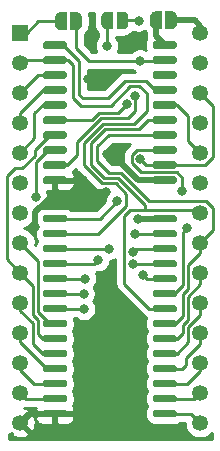
<source format=gbr>
%TF.GenerationSoftware,KiCad,Pcbnew,(5.1.12)-1*%
%TF.CreationDate,2023-02-10T19:32:18+01:00*%
%TF.ProjectId,bigrom,62696772-6f6d-42e6-9b69-6361645f7063,rev?*%
%TF.SameCoordinates,Original*%
%TF.FileFunction,Copper,L1,Top*%
%TF.FilePolarity,Positive*%
%FSLAX46Y46*%
G04 Gerber Fmt 4.6, Leading zero omitted, Abs format (unit mm)*
G04 Created by KiCad (PCBNEW (5.1.12)-1) date 2023-02-10 19:32:18*
%MOMM*%
%LPD*%
G01*
G04 APERTURE LIST*
%TA.AperFunction,SMDPad,CuDef*%
%ADD10C,0.100000*%
%TD*%
%TA.AperFunction,ComponentPad*%
%ADD11R,1.350000X1.350000*%
%TD*%
%TA.AperFunction,ComponentPad*%
%ADD12C,1.350000*%
%TD*%
%TA.AperFunction,ViaPad*%
%ADD13C,0.800000*%
%TD*%
%TA.AperFunction,Conductor*%
%ADD14C,0.250000*%
%TD*%
%TA.AperFunction,Conductor*%
%ADD15C,0.500000*%
%TD*%
%TA.AperFunction,Conductor*%
%ADD16C,0.254000*%
%TD*%
%TA.AperFunction,Conductor*%
%ADD17C,0.100000*%
%TD*%
G04 APERTURE END LIST*
%TO.P,U2,1*%
%TO.N,A14*%
%TA.AperFunction,SMDPad,CuDef*%
G36*
G01*
X146925000Y-113395000D02*
X146925000Y-113095000D01*
G75*
G02*
X147075000Y-112945000I150000J0D01*
G01*
X148825000Y-112945000D01*
G75*
G02*
X148975000Y-113095000I0J-150000D01*
G01*
X148975000Y-113395000D01*
G75*
G02*
X148825000Y-113545000I-150000J0D01*
G01*
X147075000Y-113545000D01*
G75*
G02*
X146925000Y-113395000I0J150000D01*
G01*
G37*
%TD.AperFunction*%
%TO.P,U2,2*%
%TO.N,A12*%
%TA.AperFunction,SMDPad,CuDef*%
G36*
G01*
X146925000Y-114665000D02*
X146925000Y-114365000D01*
G75*
G02*
X147075000Y-114215000I150000J0D01*
G01*
X148825000Y-114215000D01*
G75*
G02*
X148975000Y-114365000I0J-150000D01*
G01*
X148975000Y-114665000D01*
G75*
G02*
X148825000Y-114815000I-150000J0D01*
G01*
X147075000Y-114815000D01*
G75*
G02*
X146925000Y-114665000I0J150000D01*
G01*
G37*
%TD.AperFunction*%
%TO.P,U2,3*%
%TO.N,A7*%
%TA.AperFunction,SMDPad,CuDef*%
G36*
G01*
X146925000Y-115935000D02*
X146925000Y-115635000D01*
G75*
G02*
X147075000Y-115485000I150000J0D01*
G01*
X148825000Y-115485000D01*
G75*
G02*
X148975000Y-115635000I0J-150000D01*
G01*
X148975000Y-115935000D01*
G75*
G02*
X148825000Y-116085000I-150000J0D01*
G01*
X147075000Y-116085000D01*
G75*
G02*
X146925000Y-115935000I0J150000D01*
G01*
G37*
%TD.AperFunction*%
%TO.P,U2,4*%
%TO.N,A6*%
%TA.AperFunction,SMDPad,CuDef*%
G36*
G01*
X146925000Y-117205000D02*
X146925000Y-116905000D01*
G75*
G02*
X147075000Y-116755000I150000J0D01*
G01*
X148825000Y-116755000D01*
G75*
G02*
X148975000Y-116905000I0J-150000D01*
G01*
X148975000Y-117205000D01*
G75*
G02*
X148825000Y-117355000I-150000J0D01*
G01*
X147075000Y-117355000D01*
G75*
G02*
X146925000Y-117205000I0J150000D01*
G01*
G37*
%TD.AperFunction*%
%TO.P,U2,5*%
%TO.N,A5*%
%TA.AperFunction,SMDPad,CuDef*%
G36*
G01*
X146925000Y-118475000D02*
X146925000Y-118175000D01*
G75*
G02*
X147075000Y-118025000I150000J0D01*
G01*
X148825000Y-118025000D01*
G75*
G02*
X148975000Y-118175000I0J-150000D01*
G01*
X148975000Y-118475000D01*
G75*
G02*
X148825000Y-118625000I-150000J0D01*
G01*
X147075000Y-118625000D01*
G75*
G02*
X146925000Y-118475000I0J150000D01*
G01*
G37*
%TD.AperFunction*%
%TO.P,U2,6*%
%TO.N,A4*%
%TA.AperFunction,SMDPad,CuDef*%
G36*
G01*
X146925000Y-119745000D02*
X146925000Y-119445000D01*
G75*
G02*
X147075000Y-119295000I150000J0D01*
G01*
X148825000Y-119295000D01*
G75*
G02*
X148975000Y-119445000I0J-150000D01*
G01*
X148975000Y-119745000D01*
G75*
G02*
X148825000Y-119895000I-150000J0D01*
G01*
X147075000Y-119895000D01*
G75*
G02*
X146925000Y-119745000I0J150000D01*
G01*
G37*
%TD.AperFunction*%
%TO.P,U2,7*%
%TO.N,A3*%
%TA.AperFunction,SMDPad,CuDef*%
G36*
G01*
X146925000Y-121015000D02*
X146925000Y-120715000D01*
G75*
G02*
X147075000Y-120565000I150000J0D01*
G01*
X148825000Y-120565000D01*
G75*
G02*
X148975000Y-120715000I0J-150000D01*
G01*
X148975000Y-121015000D01*
G75*
G02*
X148825000Y-121165000I-150000J0D01*
G01*
X147075000Y-121165000D01*
G75*
G02*
X146925000Y-121015000I0J150000D01*
G01*
G37*
%TD.AperFunction*%
%TO.P,U2,8*%
%TO.N,A2*%
%TA.AperFunction,SMDPad,CuDef*%
G36*
G01*
X146925000Y-122285000D02*
X146925000Y-121985000D01*
G75*
G02*
X147075000Y-121835000I150000J0D01*
G01*
X148825000Y-121835000D01*
G75*
G02*
X148975000Y-121985000I0J-150000D01*
G01*
X148975000Y-122285000D01*
G75*
G02*
X148825000Y-122435000I-150000J0D01*
G01*
X147075000Y-122435000D01*
G75*
G02*
X146925000Y-122285000I0J150000D01*
G01*
G37*
%TD.AperFunction*%
%TO.P,U2,9*%
%TO.N,A1*%
%TA.AperFunction,SMDPad,CuDef*%
G36*
G01*
X146925000Y-123555000D02*
X146925000Y-123255000D01*
G75*
G02*
X147075000Y-123105000I150000J0D01*
G01*
X148825000Y-123105000D01*
G75*
G02*
X148975000Y-123255000I0J-150000D01*
G01*
X148975000Y-123555000D01*
G75*
G02*
X148825000Y-123705000I-150000J0D01*
G01*
X147075000Y-123705000D01*
G75*
G02*
X146925000Y-123555000I0J150000D01*
G01*
G37*
%TD.AperFunction*%
%TO.P,U2,10*%
%TO.N,A0*%
%TA.AperFunction,SMDPad,CuDef*%
G36*
G01*
X146925000Y-124825000D02*
X146925000Y-124525000D01*
G75*
G02*
X147075000Y-124375000I150000J0D01*
G01*
X148825000Y-124375000D01*
G75*
G02*
X148975000Y-124525000I0J-150000D01*
G01*
X148975000Y-124825000D01*
G75*
G02*
X148825000Y-124975000I-150000J0D01*
G01*
X147075000Y-124975000D01*
G75*
G02*
X146925000Y-124825000I0J150000D01*
G01*
G37*
%TD.AperFunction*%
%TO.P,U2,11*%
%TO.N,DQ0*%
%TA.AperFunction,SMDPad,CuDef*%
G36*
G01*
X146925000Y-126095000D02*
X146925000Y-125795000D01*
G75*
G02*
X147075000Y-125645000I150000J0D01*
G01*
X148825000Y-125645000D01*
G75*
G02*
X148975000Y-125795000I0J-150000D01*
G01*
X148975000Y-126095000D01*
G75*
G02*
X148825000Y-126245000I-150000J0D01*
G01*
X147075000Y-126245000D01*
G75*
G02*
X146925000Y-126095000I0J150000D01*
G01*
G37*
%TD.AperFunction*%
%TO.P,U2,12*%
%TO.N,DQ1*%
%TA.AperFunction,SMDPad,CuDef*%
G36*
G01*
X146925000Y-127365000D02*
X146925000Y-127065000D01*
G75*
G02*
X147075000Y-126915000I150000J0D01*
G01*
X148825000Y-126915000D01*
G75*
G02*
X148975000Y-127065000I0J-150000D01*
G01*
X148975000Y-127365000D01*
G75*
G02*
X148825000Y-127515000I-150000J0D01*
G01*
X147075000Y-127515000D01*
G75*
G02*
X146925000Y-127365000I0J150000D01*
G01*
G37*
%TD.AperFunction*%
%TO.P,U2,13*%
%TO.N,DQ2*%
%TA.AperFunction,SMDPad,CuDef*%
G36*
G01*
X146925000Y-128635000D02*
X146925000Y-128335000D01*
G75*
G02*
X147075000Y-128185000I150000J0D01*
G01*
X148825000Y-128185000D01*
G75*
G02*
X148975000Y-128335000I0J-150000D01*
G01*
X148975000Y-128635000D01*
G75*
G02*
X148825000Y-128785000I-150000J0D01*
G01*
X147075000Y-128785000D01*
G75*
G02*
X146925000Y-128635000I0J150000D01*
G01*
G37*
%TD.AperFunction*%
%TO.P,U2,14*%
%TO.N,GND*%
%TA.AperFunction,SMDPad,CuDef*%
G36*
G01*
X146925000Y-129905000D02*
X146925000Y-129605000D01*
G75*
G02*
X147075000Y-129455000I150000J0D01*
G01*
X148825000Y-129455000D01*
G75*
G02*
X148975000Y-129605000I0J-150000D01*
G01*
X148975000Y-129905000D01*
G75*
G02*
X148825000Y-130055000I-150000J0D01*
G01*
X147075000Y-130055000D01*
G75*
G02*
X146925000Y-129905000I0J150000D01*
G01*
G37*
%TD.AperFunction*%
%TO.P,U2,15*%
%TO.N,DQ3*%
%TA.AperFunction,SMDPad,CuDef*%
G36*
G01*
X156225000Y-129905000D02*
X156225000Y-129605000D01*
G75*
G02*
X156375000Y-129455000I150000J0D01*
G01*
X158125000Y-129455000D01*
G75*
G02*
X158275000Y-129605000I0J-150000D01*
G01*
X158275000Y-129905000D01*
G75*
G02*
X158125000Y-130055000I-150000J0D01*
G01*
X156375000Y-130055000D01*
G75*
G02*
X156225000Y-129905000I0J150000D01*
G01*
G37*
%TD.AperFunction*%
%TO.P,U2,16*%
%TO.N,DQ4*%
%TA.AperFunction,SMDPad,CuDef*%
G36*
G01*
X156225000Y-128635000D02*
X156225000Y-128335000D01*
G75*
G02*
X156375000Y-128185000I150000J0D01*
G01*
X158125000Y-128185000D01*
G75*
G02*
X158275000Y-128335000I0J-150000D01*
G01*
X158275000Y-128635000D01*
G75*
G02*
X158125000Y-128785000I-150000J0D01*
G01*
X156375000Y-128785000D01*
G75*
G02*
X156225000Y-128635000I0J150000D01*
G01*
G37*
%TD.AperFunction*%
%TO.P,U2,17*%
%TO.N,DQ5*%
%TA.AperFunction,SMDPad,CuDef*%
G36*
G01*
X156225000Y-127365000D02*
X156225000Y-127065000D01*
G75*
G02*
X156375000Y-126915000I150000J0D01*
G01*
X158125000Y-126915000D01*
G75*
G02*
X158275000Y-127065000I0J-150000D01*
G01*
X158275000Y-127365000D01*
G75*
G02*
X158125000Y-127515000I-150000J0D01*
G01*
X156375000Y-127515000D01*
G75*
G02*
X156225000Y-127365000I0J150000D01*
G01*
G37*
%TD.AperFunction*%
%TO.P,U2,18*%
%TO.N,DQ6*%
%TA.AperFunction,SMDPad,CuDef*%
G36*
G01*
X156225000Y-126095000D02*
X156225000Y-125795000D01*
G75*
G02*
X156375000Y-125645000I150000J0D01*
G01*
X158125000Y-125645000D01*
G75*
G02*
X158275000Y-125795000I0J-150000D01*
G01*
X158275000Y-126095000D01*
G75*
G02*
X158125000Y-126245000I-150000J0D01*
G01*
X156375000Y-126245000D01*
G75*
G02*
X156225000Y-126095000I0J150000D01*
G01*
G37*
%TD.AperFunction*%
%TO.P,U2,19*%
%TO.N,DQ7*%
%TA.AperFunction,SMDPad,CuDef*%
G36*
G01*
X156225000Y-124825000D02*
X156225000Y-124525000D01*
G75*
G02*
X156375000Y-124375000I150000J0D01*
G01*
X158125000Y-124375000D01*
G75*
G02*
X158275000Y-124525000I0J-150000D01*
G01*
X158275000Y-124825000D01*
G75*
G02*
X158125000Y-124975000I-150000J0D01*
G01*
X156375000Y-124975000D01*
G75*
G02*
X156225000Y-124825000I0J150000D01*
G01*
G37*
%TD.AperFunction*%
%TO.P,U2,20*%
%TO.N,~CE~*%
%TA.AperFunction,SMDPad,CuDef*%
G36*
G01*
X156225000Y-123555000D02*
X156225000Y-123255000D01*
G75*
G02*
X156375000Y-123105000I150000J0D01*
G01*
X158125000Y-123105000D01*
G75*
G02*
X158275000Y-123255000I0J-150000D01*
G01*
X158275000Y-123555000D01*
G75*
G02*
X158125000Y-123705000I-150000J0D01*
G01*
X156375000Y-123705000D01*
G75*
G02*
X156225000Y-123555000I0J150000D01*
G01*
G37*
%TD.AperFunction*%
%TO.P,U2,21*%
%TO.N,A10*%
%TA.AperFunction,SMDPad,CuDef*%
G36*
G01*
X156225000Y-122285000D02*
X156225000Y-121985000D01*
G75*
G02*
X156375000Y-121835000I150000J0D01*
G01*
X158125000Y-121835000D01*
G75*
G02*
X158275000Y-121985000I0J-150000D01*
G01*
X158275000Y-122285000D01*
G75*
G02*
X158125000Y-122435000I-150000J0D01*
G01*
X156375000Y-122435000D01*
G75*
G02*
X156225000Y-122285000I0J150000D01*
G01*
G37*
%TD.AperFunction*%
%TO.P,U2,22*%
%TO.N,~OE~*%
%TA.AperFunction,SMDPad,CuDef*%
G36*
G01*
X156225000Y-121015000D02*
X156225000Y-120715000D01*
G75*
G02*
X156375000Y-120565000I150000J0D01*
G01*
X158125000Y-120565000D01*
G75*
G02*
X158275000Y-120715000I0J-150000D01*
G01*
X158275000Y-121015000D01*
G75*
G02*
X158125000Y-121165000I-150000J0D01*
G01*
X156375000Y-121165000D01*
G75*
G02*
X156225000Y-121015000I0J150000D01*
G01*
G37*
%TD.AperFunction*%
%TO.P,U2,23*%
%TO.N,A11*%
%TA.AperFunction,SMDPad,CuDef*%
G36*
G01*
X156225000Y-119745000D02*
X156225000Y-119445000D01*
G75*
G02*
X156375000Y-119295000I150000J0D01*
G01*
X158125000Y-119295000D01*
G75*
G02*
X158275000Y-119445000I0J-150000D01*
G01*
X158275000Y-119745000D01*
G75*
G02*
X158125000Y-119895000I-150000J0D01*
G01*
X156375000Y-119895000D01*
G75*
G02*
X156225000Y-119745000I0J150000D01*
G01*
G37*
%TD.AperFunction*%
%TO.P,U2,24*%
%TO.N,A9*%
%TA.AperFunction,SMDPad,CuDef*%
G36*
G01*
X156225000Y-118475000D02*
X156225000Y-118175000D01*
G75*
G02*
X156375000Y-118025000I150000J0D01*
G01*
X158125000Y-118025000D01*
G75*
G02*
X158275000Y-118175000I0J-150000D01*
G01*
X158275000Y-118475000D01*
G75*
G02*
X158125000Y-118625000I-150000J0D01*
G01*
X156375000Y-118625000D01*
G75*
G02*
X156225000Y-118475000I0J150000D01*
G01*
G37*
%TD.AperFunction*%
%TO.P,U2,25*%
%TO.N,A8*%
%TA.AperFunction,SMDPad,CuDef*%
G36*
G01*
X156225000Y-117205000D02*
X156225000Y-116905000D01*
G75*
G02*
X156375000Y-116755000I150000J0D01*
G01*
X158125000Y-116755000D01*
G75*
G02*
X158275000Y-116905000I0J-150000D01*
G01*
X158275000Y-117205000D01*
G75*
G02*
X158125000Y-117355000I-150000J0D01*
G01*
X156375000Y-117355000D01*
G75*
G02*
X156225000Y-117205000I0J150000D01*
G01*
G37*
%TD.AperFunction*%
%TO.P,U2,26*%
%TO.N,A13*%
%TA.AperFunction,SMDPad,CuDef*%
G36*
G01*
X156225000Y-115935000D02*
X156225000Y-115635000D01*
G75*
G02*
X156375000Y-115485000I150000J0D01*
G01*
X158125000Y-115485000D01*
G75*
G02*
X158275000Y-115635000I0J-150000D01*
G01*
X158275000Y-115935000D01*
G75*
G02*
X158125000Y-116085000I-150000J0D01*
G01*
X156375000Y-116085000D01*
G75*
G02*
X156225000Y-115935000I0J150000D01*
G01*
G37*
%TD.AperFunction*%
%TO.P,U2,27*%
%TO.N,~WE~*%
%TA.AperFunction,SMDPad,CuDef*%
G36*
G01*
X156225000Y-114665000D02*
X156225000Y-114365000D01*
G75*
G02*
X156375000Y-114215000I150000J0D01*
G01*
X158125000Y-114215000D01*
G75*
G02*
X158275000Y-114365000I0J-150000D01*
G01*
X158275000Y-114665000D01*
G75*
G02*
X158125000Y-114815000I-150000J0D01*
G01*
X156375000Y-114815000D01*
G75*
G02*
X156225000Y-114665000I0J150000D01*
G01*
G37*
%TD.AperFunction*%
%TO.P,U2,28*%
%TO.N,+5V*%
%TA.AperFunction,SMDPad,CuDef*%
G36*
G01*
X156225000Y-113395000D02*
X156225000Y-113095000D01*
G75*
G02*
X156375000Y-112945000I150000J0D01*
G01*
X158125000Y-112945000D01*
G75*
G02*
X158275000Y-113095000I0J-150000D01*
G01*
X158275000Y-113395000D01*
G75*
G02*
X158125000Y-113545000I-150000J0D01*
G01*
X156375000Y-113545000D01*
G75*
G02*
X156225000Y-113395000I0J150000D01*
G01*
G37*
%TD.AperFunction*%
%TD*%
%TO.P,U1,1*%
%TO.N,CLK*%
%TA.AperFunction,SMDPad,CuDef*%
G36*
G01*
X146925000Y-98685000D02*
X146925000Y-98385000D01*
G75*
G02*
X147075000Y-98235000I150000J0D01*
G01*
X148825000Y-98235000D01*
G75*
G02*
X148975000Y-98385000I0J-150000D01*
G01*
X148975000Y-98685000D01*
G75*
G02*
X148825000Y-98835000I-150000J0D01*
G01*
X147075000Y-98835000D01*
G75*
G02*
X146925000Y-98685000I0J150000D01*
G01*
G37*
%TD.AperFunction*%
%TO.P,U1,2*%
%TO.N,A12*%
%TA.AperFunction,SMDPad,CuDef*%
G36*
G01*
X146925000Y-99955000D02*
X146925000Y-99655000D01*
G75*
G02*
X147075000Y-99505000I150000J0D01*
G01*
X148825000Y-99505000D01*
G75*
G02*
X148975000Y-99655000I0J-150000D01*
G01*
X148975000Y-99955000D01*
G75*
G02*
X148825000Y-100105000I-150000J0D01*
G01*
X147075000Y-100105000D01*
G75*
G02*
X146925000Y-99955000I0J150000D01*
G01*
G37*
%TD.AperFunction*%
%TO.P,U1,3*%
%TO.N,A7*%
%TA.AperFunction,SMDPad,CuDef*%
G36*
G01*
X146925000Y-101225000D02*
X146925000Y-100925000D01*
G75*
G02*
X147075000Y-100775000I150000J0D01*
G01*
X148825000Y-100775000D01*
G75*
G02*
X148975000Y-100925000I0J-150000D01*
G01*
X148975000Y-101225000D01*
G75*
G02*
X148825000Y-101375000I-150000J0D01*
G01*
X147075000Y-101375000D01*
G75*
G02*
X146925000Y-101225000I0J150000D01*
G01*
G37*
%TD.AperFunction*%
%TO.P,U1,4*%
%TO.N,A6*%
%TA.AperFunction,SMDPad,CuDef*%
G36*
G01*
X146925000Y-102495000D02*
X146925000Y-102195000D01*
G75*
G02*
X147075000Y-102045000I150000J0D01*
G01*
X148825000Y-102045000D01*
G75*
G02*
X148975000Y-102195000I0J-150000D01*
G01*
X148975000Y-102495000D01*
G75*
G02*
X148825000Y-102645000I-150000J0D01*
G01*
X147075000Y-102645000D01*
G75*
G02*
X146925000Y-102495000I0J150000D01*
G01*
G37*
%TD.AperFunction*%
%TO.P,U1,5*%
%TO.N,A5*%
%TA.AperFunction,SMDPad,CuDef*%
G36*
G01*
X146925000Y-103765000D02*
X146925000Y-103465000D01*
G75*
G02*
X147075000Y-103315000I150000J0D01*
G01*
X148825000Y-103315000D01*
G75*
G02*
X148975000Y-103465000I0J-150000D01*
G01*
X148975000Y-103765000D01*
G75*
G02*
X148825000Y-103915000I-150000J0D01*
G01*
X147075000Y-103915000D01*
G75*
G02*
X146925000Y-103765000I0J150000D01*
G01*
G37*
%TD.AperFunction*%
%TO.P,U1,6*%
%TO.N,A8*%
%TA.AperFunction,SMDPad,CuDef*%
G36*
G01*
X146925000Y-105035000D02*
X146925000Y-104735000D01*
G75*
G02*
X147075000Y-104585000I150000J0D01*
G01*
X148825000Y-104585000D01*
G75*
G02*
X148975000Y-104735000I0J-150000D01*
G01*
X148975000Y-105035000D01*
G75*
G02*
X148825000Y-105185000I-150000J0D01*
G01*
X147075000Y-105185000D01*
G75*
G02*
X146925000Y-105035000I0J150000D01*
G01*
G37*
%TD.AperFunction*%
%TO.P,U1,7*%
%TO.N,A1*%
%TA.AperFunction,SMDPad,CuDef*%
G36*
G01*
X146925000Y-106305000D02*
X146925000Y-106005000D01*
G75*
G02*
X147075000Y-105855000I150000J0D01*
G01*
X148825000Y-105855000D01*
G75*
G02*
X148975000Y-106005000I0J-150000D01*
G01*
X148975000Y-106305000D01*
G75*
G02*
X148825000Y-106455000I-150000J0D01*
G01*
X147075000Y-106455000D01*
G75*
G02*
X146925000Y-106305000I0J150000D01*
G01*
G37*
%TD.AperFunction*%
%TO.P,U1,8*%
%TO.N,A0*%
%TA.AperFunction,SMDPad,CuDef*%
G36*
G01*
X146925000Y-107575000D02*
X146925000Y-107275000D01*
G75*
G02*
X147075000Y-107125000I150000J0D01*
G01*
X148825000Y-107125000D01*
G75*
G02*
X148975000Y-107275000I0J-150000D01*
G01*
X148975000Y-107575000D01*
G75*
G02*
X148825000Y-107725000I-150000J0D01*
G01*
X147075000Y-107725000D01*
G75*
G02*
X146925000Y-107575000I0J150000D01*
G01*
G37*
%TD.AperFunction*%
%TO.P,U1,9*%
%TO.N,A11*%
%TA.AperFunction,SMDPad,CuDef*%
G36*
G01*
X146925000Y-108845000D02*
X146925000Y-108545000D01*
G75*
G02*
X147075000Y-108395000I150000J0D01*
G01*
X148825000Y-108395000D01*
G75*
G02*
X148975000Y-108545000I0J-150000D01*
G01*
X148975000Y-108845000D01*
G75*
G02*
X148825000Y-108995000I-150000J0D01*
G01*
X147075000Y-108995000D01*
G75*
G02*
X146925000Y-108845000I0J150000D01*
G01*
G37*
%TD.AperFunction*%
%TO.P,U1,10*%
%TO.N,GND*%
%TA.AperFunction,SMDPad,CuDef*%
G36*
G01*
X146925000Y-110115000D02*
X146925000Y-109815000D01*
G75*
G02*
X147075000Y-109665000I150000J0D01*
G01*
X148825000Y-109665000D01*
G75*
G02*
X148975000Y-109815000I0J-150000D01*
G01*
X148975000Y-110115000D01*
G75*
G02*
X148825000Y-110265000I-150000J0D01*
G01*
X147075000Y-110265000D01*
G75*
G02*
X146925000Y-110115000I0J150000D01*
G01*
G37*
%TD.AperFunction*%
%TO.P,U1,11*%
%TA.AperFunction,SMDPad,CuDef*%
G36*
G01*
X156225000Y-110115000D02*
X156225000Y-109815000D01*
G75*
G02*
X156375000Y-109665000I150000J0D01*
G01*
X158125000Y-109665000D01*
G75*
G02*
X158275000Y-109815000I0J-150000D01*
G01*
X158275000Y-110115000D01*
G75*
G02*
X158125000Y-110265000I-150000J0D01*
G01*
X156375000Y-110265000D01*
G75*
G02*
X156225000Y-110115000I0J150000D01*
G01*
G37*
%TD.AperFunction*%
%TO.P,U1,12*%
%TO.N,A13*%
%TA.AperFunction,SMDPad,CuDef*%
G36*
G01*
X156225000Y-108845000D02*
X156225000Y-108545000D01*
G75*
G02*
X156375000Y-108395000I150000J0D01*
G01*
X158125000Y-108395000D01*
G75*
G02*
X158275000Y-108545000I0J-150000D01*
G01*
X158275000Y-108845000D01*
G75*
G02*
X158125000Y-108995000I-150000J0D01*
G01*
X156375000Y-108995000D01*
G75*
G02*
X156225000Y-108845000I0J150000D01*
G01*
G37*
%TD.AperFunction*%
%TO.P,U1,13*%
%TO.N,~CE~*%
%TA.AperFunction,SMDPad,CuDef*%
G36*
G01*
X156225000Y-107575000D02*
X156225000Y-107275000D01*
G75*
G02*
X156375000Y-107125000I150000J0D01*
G01*
X158125000Y-107125000D01*
G75*
G02*
X158275000Y-107275000I0J-150000D01*
G01*
X158275000Y-107575000D01*
G75*
G02*
X158125000Y-107725000I-150000J0D01*
G01*
X156375000Y-107725000D01*
G75*
G02*
X156225000Y-107575000I0J150000D01*
G01*
G37*
%TD.AperFunction*%
%TO.P,U1,14*%
%TO.N,A10*%
%TA.AperFunction,SMDPad,CuDef*%
G36*
G01*
X156225000Y-106305000D02*
X156225000Y-106005000D01*
G75*
G02*
X156375000Y-105855000I150000J0D01*
G01*
X158125000Y-105855000D01*
G75*
G02*
X158275000Y-106005000I0J-150000D01*
G01*
X158275000Y-106305000D01*
G75*
G02*
X158125000Y-106455000I-150000J0D01*
G01*
X156375000Y-106455000D01*
G75*
G02*
X156225000Y-106305000I0J150000D01*
G01*
G37*
%TD.AperFunction*%
%TO.P,U1,15*%
%TO.N,~OE~*%
%TA.AperFunction,SMDPad,CuDef*%
G36*
G01*
X156225000Y-105035000D02*
X156225000Y-104735000D01*
G75*
G02*
X156375000Y-104585000I150000J0D01*
G01*
X158125000Y-104585000D01*
G75*
G02*
X158275000Y-104735000I0J-150000D01*
G01*
X158275000Y-105035000D01*
G75*
G02*
X158125000Y-105185000I-150000J0D01*
G01*
X156375000Y-105185000D01*
G75*
G02*
X156225000Y-105035000I0J150000D01*
G01*
G37*
%TD.AperFunction*%
%TO.P,U1,16*%
%TO.N,A9*%
%TA.AperFunction,SMDPad,CuDef*%
G36*
G01*
X156225000Y-103765000D02*
X156225000Y-103465000D01*
G75*
G02*
X156375000Y-103315000I150000J0D01*
G01*
X158125000Y-103315000D01*
G75*
G02*
X158275000Y-103465000I0J-150000D01*
G01*
X158275000Y-103765000D01*
G75*
G02*
X158125000Y-103915000I-150000J0D01*
G01*
X156375000Y-103915000D01*
G75*
G02*
X156225000Y-103765000I0J150000D01*
G01*
G37*
%TD.AperFunction*%
%TO.P,U1,17*%
%TO.N,CLK*%
%TA.AperFunction,SMDPad,CuDef*%
G36*
G01*
X156225000Y-102495000D02*
X156225000Y-102195000D01*
G75*
G02*
X156375000Y-102045000I150000J0D01*
G01*
X158125000Y-102045000D01*
G75*
G02*
X158275000Y-102195000I0J-150000D01*
G01*
X158275000Y-102495000D01*
G75*
G02*
X158125000Y-102645000I-150000J0D01*
G01*
X156375000Y-102645000D01*
G75*
G02*
X156225000Y-102495000I0J150000D01*
G01*
G37*
%TD.AperFunction*%
%TO.P,U1,18*%
%TO.N,Net-(U1-Pad18)*%
%TA.AperFunction,SMDPad,CuDef*%
G36*
G01*
X156225000Y-101225000D02*
X156225000Y-100925000D01*
G75*
G02*
X156375000Y-100775000I150000J0D01*
G01*
X158125000Y-100775000D01*
G75*
G02*
X158275000Y-100925000I0J-150000D01*
G01*
X158275000Y-101225000D01*
G75*
G02*
X158125000Y-101375000I-150000J0D01*
G01*
X156375000Y-101375000D01*
G75*
G02*
X156225000Y-101225000I0J150000D01*
G01*
G37*
%TD.AperFunction*%
%TO.P,U1,19*%
%TO.N,A14*%
%TA.AperFunction,SMDPad,CuDef*%
G36*
G01*
X156225000Y-99955000D02*
X156225000Y-99655000D01*
G75*
G02*
X156375000Y-99505000I150000J0D01*
G01*
X158125000Y-99505000D01*
G75*
G02*
X158275000Y-99655000I0J-150000D01*
G01*
X158275000Y-99955000D01*
G75*
G02*
X158125000Y-100105000I-150000J0D01*
G01*
X156375000Y-100105000D01*
G75*
G02*
X156225000Y-99955000I0J150000D01*
G01*
G37*
%TD.AperFunction*%
%TO.P,U1,20*%
%TO.N,Net-(SW2-Pad1)*%
%TA.AperFunction,SMDPad,CuDef*%
G36*
G01*
X156225000Y-98685000D02*
X156225000Y-98385000D01*
G75*
G02*
X156375000Y-98235000I150000J0D01*
G01*
X158125000Y-98235000D01*
G75*
G02*
X158275000Y-98385000I0J-150000D01*
G01*
X158275000Y-98685000D01*
G75*
G02*
X158125000Y-98835000I-150000J0D01*
G01*
X156375000Y-98835000D01*
G75*
G02*
X156225000Y-98685000I0J150000D01*
G01*
G37*
%TD.AperFunction*%
%TD*%
%TA.AperFunction,SMDPad,CuDef*%
D10*
%TO.P,SW2,2*%
%TO.N,+5V*%
G36*
X157810000Y-95680602D02*
G01*
X157834534Y-95680602D01*
X157883365Y-95685412D01*
X157931490Y-95694984D01*
X157978445Y-95709228D01*
X158023778Y-95728005D01*
X158067051Y-95751136D01*
X158107850Y-95778396D01*
X158145779Y-95809524D01*
X158180476Y-95844221D01*
X158211604Y-95882150D01*
X158238864Y-95922949D01*
X158261995Y-95966222D01*
X158280772Y-96011555D01*
X158295016Y-96058510D01*
X158304588Y-96106635D01*
X158309398Y-96155466D01*
X158309398Y-96180000D01*
X158310000Y-96180000D01*
X158310000Y-96680000D01*
X158309398Y-96680000D01*
X158309398Y-96704534D01*
X158304588Y-96753365D01*
X158295016Y-96801490D01*
X158280772Y-96848445D01*
X158261995Y-96893778D01*
X158238864Y-96937051D01*
X158211604Y-96977850D01*
X158180476Y-97015779D01*
X158145779Y-97050476D01*
X158107850Y-97081604D01*
X158067051Y-97108864D01*
X158023778Y-97131995D01*
X157978445Y-97150772D01*
X157931490Y-97165016D01*
X157883365Y-97174588D01*
X157834534Y-97179398D01*
X157810000Y-97179398D01*
X157810000Y-97180000D01*
X157310000Y-97180000D01*
X157310000Y-95680000D01*
X157810000Y-95680000D01*
X157810000Y-95680602D01*
G37*
%TD.AperFunction*%
%TA.AperFunction,SMDPad,CuDef*%
%TO.P,SW2,1*%
%TO.N,Net-(SW2-Pad1)*%
G36*
X157010000Y-97180000D02*
G01*
X156510000Y-97180000D01*
X156510000Y-97179398D01*
X156485466Y-97179398D01*
X156436635Y-97174588D01*
X156388510Y-97165016D01*
X156341555Y-97150772D01*
X156296222Y-97131995D01*
X156252949Y-97108864D01*
X156212150Y-97081604D01*
X156174221Y-97050476D01*
X156139524Y-97015779D01*
X156108396Y-96977850D01*
X156081136Y-96937051D01*
X156058005Y-96893778D01*
X156039228Y-96848445D01*
X156024984Y-96801490D01*
X156015412Y-96753365D01*
X156010602Y-96704534D01*
X156010602Y-96680000D01*
X156010000Y-96680000D01*
X156010000Y-96180000D01*
X156010602Y-96180000D01*
X156010602Y-96155466D01*
X156015412Y-96106635D01*
X156024984Y-96058510D01*
X156039228Y-96011555D01*
X156058005Y-95966222D01*
X156081136Y-95922949D01*
X156108396Y-95882150D01*
X156139524Y-95844221D01*
X156174221Y-95809524D01*
X156212150Y-95778396D01*
X156252949Y-95751136D01*
X156296222Y-95728005D01*
X156341555Y-95709228D01*
X156388510Y-95694984D01*
X156436635Y-95685412D01*
X156485466Y-95680602D01*
X156510000Y-95680602D01*
X156510000Y-95680000D01*
X157010000Y-95680000D01*
X157010000Y-97180000D01*
G37*
%TD.AperFunction*%
%TD*%
%TA.AperFunction,SMDPad,CuDef*%
%TO.P,SW3,1*%
%TO.N,~WE~*%
G36*
X152870000Y-97200000D02*
G01*
X152370000Y-97200000D01*
X152370000Y-97199398D01*
X152345466Y-97199398D01*
X152296635Y-97194588D01*
X152248510Y-97185016D01*
X152201555Y-97170772D01*
X152156222Y-97151995D01*
X152112949Y-97128864D01*
X152072150Y-97101604D01*
X152034221Y-97070476D01*
X151999524Y-97035779D01*
X151968396Y-96997850D01*
X151941136Y-96957051D01*
X151918005Y-96913778D01*
X151899228Y-96868445D01*
X151884984Y-96821490D01*
X151875412Y-96773365D01*
X151870602Y-96724534D01*
X151870602Y-96700000D01*
X151870000Y-96700000D01*
X151870000Y-96200000D01*
X151870602Y-96200000D01*
X151870602Y-96175466D01*
X151875412Y-96126635D01*
X151884984Y-96078510D01*
X151899228Y-96031555D01*
X151918005Y-95986222D01*
X151941136Y-95942949D01*
X151968396Y-95902150D01*
X151999524Y-95864221D01*
X152034221Y-95829524D01*
X152072150Y-95798396D01*
X152112949Y-95771136D01*
X152156222Y-95748005D01*
X152201555Y-95729228D01*
X152248510Y-95714984D01*
X152296635Y-95705412D01*
X152345466Y-95700602D01*
X152370000Y-95700602D01*
X152370000Y-95700000D01*
X152870000Y-95700000D01*
X152870000Y-97200000D01*
G37*
%TD.AperFunction*%
%TA.AperFunction,SMDPad,CuDef*%
%TO.P,SW3,2*%
%TO.N,Net-(J1-Pad27)*%
G36*
X153670000Y-95700602D02*
G01*
X153694534Y-95700602D01*
X153743365Y-95705412D01*
X153791490Y-95714984D01*
X153838445Y-95729228D01*
X153883778Y-95748005D01*
X153927051Y-95771136D01*
X153967850Y-95798396D01*
X154005779Y-95829524D01*
X154040476Y-95864221D01*
X154071604Y-95902150D01*
X154098864Y-95942949D01*
X154121995Y-95986222D01*
X154140772Y-96031555D01*
X154155016Y-96078510D01*
X154164588Y-96126635D01*
X154169398Y-96175466D01*
X154169398Y-96200000D01*
X154170000Y-96200000D01*
X154170000Y-96700000D01*
X154169398Y-96700000D01*
X154169398Y-96724534D01*
X154164588Y-96773365D01*
X154155016Y-96821490D01*
X154140772Y-96868445D01*
X154121995Y-96913778D01*
X154098864Y-96957051D01*
X154071604Y-96997850D01*
X154040476Y-97035779D01*
X154005779Y-97070476D01*
X153967850Y-97101604D01*
X153927051Y-97128864D01*
X153883778Y-97151995D01*
X153838445Y-97170772D01*
X153791490Y-97185016D01*
X153743365Y-97194588D01*
X153694534Y-97199398D01*
X153670000Y-97199398D01*
X153670000Y-97200000D01*
X153170000Y-97200000D01*
X153170000Y-95700000D01*
X153670000Y-95700000D01*
X153670000Y-95700602D01*
G37*
%TD.AperFunction*%
%TD*%
%TA.AperFunction,SMDPad,CuDef*%
%TO.P,SW1,1*%
%TO.N,Net-(J1-Pad1)*%
G36*
X148950000Y-97250000D02*
G01*
X148450000Y-97250000D01*
X148450000Y-97249398D01*
X148425466Y-97249398D01*
X148376635Y-97244588D01*
X148328510Y-97235016D01*
X148281555Y-97220772D01*
X148236222Y-97201995D01*
X148192949Y-97178864D01*
X148152150Y-97151604D01*
X148114221Y-97120476D01*
X148079524Y-97085779D01*
X148048396Y-97047850D01*
X148021136Y-97007051D01*
X147998005Y-96963778D01*
X147979228Y-96918445D01*
X147964984Y-96871490D01*
X147955412Y-96823365D01*
X147950602Y-96774534D01*
X147950602Y-96750000D01*
X147950000Y-96750000D01*
X147950000Y-96250000D01*
X147950602Y-96250000D01*
X147950602Y-96225466D01*
X147955412Y-96176635D01*
X147964984Y-96128510D01*
X147979228Y-96081555D01*
X147998005Y-96036222D01*
X148021136Y-95992949D01*
X148048396Y-95952150D01*
X148079524Y-95914221D01*
X148114221Y-95879524D01*
X148152150Y-95848396D01*
X148192949Y-95821136D01*
X148236222Y-95798005D01*
X148281555Y-95779228D01*
X148328510Y-95764984D01*
X148376635Y-95755412D01*
X148425466Y-95750602D01*
X148450000Y-95750602D01*
X148450000Y-95750000D01*
X148950000Y-95750000D01*
X148950000Y-97250000D01*
G37*
%TD.AperFunction*%
%TA.AperFunction,SMDPad,CuDef*%
%TO.P,SW1,2*%
%TO.N,A14*%
G36*
X149750000Y-95750602D02*
G01*
X149774534Y-95750602D01*
X149823365Y-95755412D01*
X149871490Y-95764984D01*
X149918445Y-95779228D01*
X149963778Y-95798005D01*
X150007051Y-95821136D01*
X150047850Y-95848396D01*
X150085779Y-95879524D01*
X150120476Y-95914221D01*
X150151604Y-95952150D01*
X150178864Y-95992949D01*
X150201995Y-96036222D01*
X150220772Y-96081555D01*
X150235016Y-96128510D01*
X150244588Y-96176635D01*
X150249398Y-96225466D01*
X150249398Y-96250000D01*
X150250000Y-96250000D01*
X150250000Y-96750000D01*
X150249398Y-96750000D01*
X150249398Y-96774534D01*
X150244588Y-96823365D01*
X150235016Y-96871490D01*
X150220772Y-96918445D01*
X150201995Y-96963778D01*
X150178864Y-97007051D01*
X150151604Y-97047850D01*
X150120476Y-97085779D01*
X150085779Y-97120476D01*
X150047850Y-97151604D01*
X150007051Y-97178864D01*
X149963778Y-97201995D01*
X149918445Y-97220772D01*
X149871490Y-97235016D01*
X149823365Y-97244588D01*
X149774534Y-97249398D01*
X149750000Y-97249398D01*
X149750000Y-97250000D01*
X149250000Y-97250000D01*
X149250000Y-95750000D01*
X149750000Y-95750000D01*
X149750000Y-95750602D01*
G37*
%TD.AperFunction*%
%TD*%
D11*
%TO.P,J1,1*%
%TO.N,Net-(J1-Pad1)*%
X145000000Y-97500000D03*
D12*
%TO.P,J1,2*%
%TO.N,A12*%
X145000000Y-100040000D03*
%TO.P,J1,3*%
%TO.N,A7*%
X145000000Y-102580000D03*
%TO.P,J1,4*%
%TO.N,A6*%
X145000000Y-105120000D03*
%TO.P,J1,5*%
%TO.N,A5*%
X145000000Y-107660000D03*
%TO.P,J1,6*%
%TO.N,A4*%
X145000000Y-110200000D03*
%TO.P,J1,7*%
%TO.N,A3*%
X145000000Y-112740000D03*
%TO.P,J1,8*%
%TO.N,A2*%
X145000000Y-115280000D03*
%TO.P,J1,9*%
%TO.N,A1*%
X145000000Y-117820000D03*
%TO.P,J1,10*%
%TO.N,A0*%
X145000000Y-120360000D03*
%TO.P,J1,11*%
%TO.N,DQ0*%
X145000000Y-122900000D03*
%TO.P,J1,12*%
%TO.N,DQ1*%
X145000000Y-125440000D03*
%TO.P,J1,13*%
%TO.N,DQ2*%
X145000000Y-127980000D03*
%TO.P,J1,14*%
%TO.N,GND*%
X145000000Y-130520000D03*
%TO.P,J1,15*%
%TO.N,DQ3*%
X160240000Y-130520000D03*
%TO.P,J1,16*%
%TO.N,DQ4*%
X160240000Y-127980000D03*
%TO.P,J1,17*%
%TO.N,DQ5*%
X160240000Y-125440000D03*
%TO.P,J1,18*%
%TO.N,DQ6*%
X160240000Y-122900000D03*
%TO.P,J1,19*%
%TO.N,DQ7*%
X160240000Y-120360000D03*
%TO.P,J1,20*%
%TO.N,~CE~*%
X160240000Y-117820000D03*
%TO.P,J1,21*%
%TO.N,A10*%
X160240000Y-115280000D03*
%TO.P,J1,22*%
%TO.N,~OE~*%
X160240000Y-112740000D03*
%TO.P,J1,23*%
%TO.N,A11*%
X160240000Y-110200000D03*
%TO.P,J1,24*%
%TO.N,A9*%
X160240000Y-107660000D03*
%TO.P,J1,25*%
%TO.N,A8*%
X160240000Y-105120000D03*
%TO.P,J1,26*%
%TO.N,A13*%
X160240000Y-102580000D03*
%TO.P,J1,27*%
%TO.N,Net-(J1-Pad27)*%
X160240000Y-100040000D03*
%TO.P,J1,28*%
%TO.N,+5V*%
X160240000Y-97500000D03*
%TD*%
D13*
%TO.N,A7*%
X152560000Y-115780000D03*
%TO.N,A6*%
X151580000Y-116750000D03*
%TO.N,A5*%
X150480000Y-118310000D03*
%TO.N,A4*%
X150380000Y-119590000D03*
%TO.N,A3*%
X150410000Y-120880000D03*
%TO.N,A0*%
X146358952Y-111438952D03*
%TO.N,GND*%
X146300000Y-113900000D03*
X152400000Y-107800000D03*
X150300000Y-110000000D03*
X151100000Y-98630000D03*
X150750000Y-101430000D03*
X154480000Y-98350000D03*
X152274017Y-110974029D03*
%TO.N,~CE~*%
X158750000Y-110930000D03*
%TO.N,A11*%
X159140000Y-114030000D03*
X154770000Y-102840000D03*
%TO.N,A9*%
X155410000Y-118010000D03*
%TO.N,A8*%
X154600000Y-117070000D03*
X154030000Y-103530000D03*
%TO.N,A13*%
X155190000Y-108200000D03*
X154555010Y-116020000D03*
%TO.N,Net-(J1-Pad27)*%
X155030000Y-96460000D03*
%TO.N,+5V*%
X155000000Y-113225000D03*
%TO.N,A14*%
X155150000Y-99850000D03*
X153200000Y-111775000D03*
%TO.N,~WE~*%
X154730000Y-114510000D03*
X152360000Y-98590000D03*
%TD*%
D14*
%TO.N,Net-(J1-Pad1)*%
X145000000Y-97500000D02*
X145560000Y-97500000D01*
X146560000Y-96500000D02*
X148450000Y-96500000D01*
X145560000Y-97500000D02*
X146560000Y-96500000D01*
%TO.N,A12*%
X145235000Y-99805000D02*
X145000000Y-100040000D01*
X147950000Y-99805000D02*
X145235000Y-99805000D01*
X151633004Y-114515000D02*
X147950000Y-114515000D01*
X154000002Y-112148002D02*
X151633004Y-114515000D01*
X147950000Y-99805000D02*
X149075000Y-99805000D01*
X149075000Y-99805000D02*
X149500000Y-100230000D01*
X152660000Y-103660000D02*
X154320000Y-102000000D01*
X149500000Y-100230000D02*
X149500000Y-102980000D01*
X155110000Y-102000000D02*
X155720000Y-102610000D01*
X151930316Y-110249027D02*
X153089027Y-110249027D01*
X154320000Y-102000000D02*
X155110000Y-102000000D01*
X150390000Y-108708711D02*
X151930316Y-110249027D01*
X150180000Y-103660000D02*
X152660000Y-103660000D01*
X149500000Y-102980000D02*
X150180000Y-103660000D01*
X150390000Y-106830000D02*
X150390000Y-108708711D01*
X155720000Y-104120000D02*
X154640000Y-105200000D01*
X154640000Y-105200000D02*
X152020000Y-105200000D01*
X155720000Y-102610000D02*
X155720000Y-104120000D01*
X152020000Y-105200000D02*
X150390000Y-106830000D01*
X153089027Y-110249027D02*
X154000002Y-111160002D01*
X154000002Y-111160002D02*
X154000002Y-112148002D01*
%TO.N,A7*%
X146505000Y-101075000D02*
X145000000Y-102580000D01*
X147950000Y-101075000D02*
X146505000Y-101075000D01*
X147955000Y-115780000D02*
X147950000Y-115785000D01*
X152560000Y-115780000D02*
X147955000Y-115780000D01*
%TO.N,A6*%
X147950000Y-102345000D02*
X146915000Y-102345000D01*
X145000000Y-104260000D02*
X145000000Y-105120000D01*
X146915000Y-102345000D02*
X145000000Y-104260000D01*
X151275000Y-117055000D02*
X147950000Y-117055000D01*
X151580000Y-116750000D02*
X151275000Y-117055000D01*
%TO.N,A5*%
X146925000Y-103615000D02*
X146220000Y-104320000D01*
X147950000Y-103615000D02*
X146925000Y-103615000D01*
X146220000Y-106440000D02*
X145000000Y-107660000D01*
X146220000Y-104320000D02*
X146220000Y-106440000D01*
X147965000Y-118310000D02*
X147950000Y-118325000D01*
X150480000Y-118310000D02*
X147965000Y-118310000D01*
%TO.N,A4*%
X147955000Y-119590000D02*
X147950000Y-119595000D01*
X150380000Y-119590000D02*
X147955000Y-119590000D01*
%TO.N,A3*%
X147965000Y-120880000D02*
X147950000Y-120865000D01*
X150410000Y-120880000D02*
X147965000Y-120880000D01*
%TO.N,A2*%
X146560009Y-121171777D02*
X146560009Y-116840009D01*
X147523232Y-122135000D02*
X146560009Y-121171777D01*
X146560009Y-116840009D02*
X145000000Y-115280000D01*
X147950000Y-122135000D02*
X147523232Y-122135000D01*
%TO.N,A1*%
X146550000Y-121850000D02*
X146110000Y-121410000D01*
X146110000Y-121410000D02*
X146110000Y-118930000D01*
X146550000Y-123030000D02*
X146550000Y-121850000D01*
X146925000Y-123405000D02*
X146550000Y-123030000D01*
X146110000Y-118930000D02*
X145000000Y-117820000D01*
X147950000Y-123405000D02*
X146925000Y-123405000D01*
X144550000Y-108970000D02*
X143870000Y-109650000D01*
X147950000Y-106155000D02*
X147508589Y-106155000D01*
X147508589Y-106155000D02*
X146256794Y-107406794D01*
X146256794Y-107406794D02*
X146256794Y-107910001D01*
X146256794Y-107910001D02*
X145196795Y-108970000D01*
X145196795Y-108970000D02*
X144550000Y-108970000D01*
X143870000Y-109650000D02*
X143870000Y-116690000D01*
X143870000Y-116690000D02*
X145000000Y-117820000D01*
%TO.N,A0*%
X145000000Y-121030000D02*
X145000000Y-120360000D01*
X146070000Y-122100000D02*
X145000000Y-121030000D01*
X146070000Y-123820000D02*
X146070000Y-122100000D01*
X146925000Y-124675000D02*
X146070000Y-123820000D01*
X147950000Y-124675000D02*
X146925000Y-124675000D01*
X147950000Y-107425000D02*
X147378206Y-107425000D01*
X147378206Y-107425000D02*
X146358952Y-108444254D01*
X146358952Y-108444254D02*
X146358952Y-111438952D01*
%TO.N,DQ0*%
X145000000Y-123640000D02*
X145000000Y-122900000D01*
X147305000Y-125945000D02*
X145000000Y-123640000D01*
X147950000Y-125945000D02*
X147305000Y-125945000D01*
%TO.N,DQ1*%
X147950000Y-127215000D02*
X146155000Y-127215000D01*
X145000000Y-126060000D02*
X145000000Y-125440000D01*
X146155000Y-127215000D02*
X145000000Y-126060000D01*
%TO.N,DQ2*%
X145505000Y-128485000D02*
X145000000Y-127980000D01*
X147950000Y-128485000D02*
X145505000Y-128485000D01*
%TO.N,GND*%
X148015000Y-109900000D02*
X147950000Y-109965000D01*
D15*
X145765000Y-129755000D02*
X145000000Y-130520000D01*
X147950000Y-129755000D02*
X145765000Y-129755000D01*
X147950000Y-111050000D02*
X147950000Y-109965000D01*
X146300000Y-112700000D02*
X147950000Y-111050000D01*
X146300000Y-113900000D02*
X146300000Y-112700000D01*
X152793186Y-107800000D02*
X152400000Y-107800000D01*
X154958186Y-109965000D02*
X152793186Y-107800000D01*
X157250000Y-109965000D02*
X154958186Y-109965000D01*
X150300000Y-110000000D02*
X151274029Y-110974029D01*
X151274029Y-110974029D02*
X152274017Y-110974029D01*
D14*
%TO.N,DQ3*%
X159475000Y-129755000D02*
X160240000Y-130520000D01*
X157250000Y-129755000D02*
X159475000Y-129755000D01*
%TO.N,DQ4*%
X159735000Y-128485000D02*
X160240000Y-127980000D01*
X157250000Y-128485000D02*
X159735000Y-128485000D01*
%TO.N,DQ5*%
X157250000Y-127215000D02*
X159155000Y-127215000D01*
X160240000Y-126130000D02*
X160240000Y-125440000D01*
X159155000Y-127215000D02*
X160240000Y-126130000D01*
%TO.N,DQ6*%
X160240000Y-123810000D02*
X160240000Y-122900000D01*
X159030000Y-125020000D02*
X160240000Y-123810000D01*
X159030000Y-125650000D02*
X159030000Y-125020000D01*
X158735000Y-125945000D02*
X159030000Y-125650000D01*
X157250000Y-125945000D02*
X158735000Y-125945000D01*
%TO.N,DQ7*%
X159239999Y-122419999D02*
X160240000Y-121419998D01*
X157250000Y-124675000D02*
X158275000Y-124675000D01*
X158275000Y-124675000D02*
X159239999Y-123710001D01*
X159239999Y-123710001D02*
X159239999Y-122419999D01*
X160240000Y-121419998D02*
X160240000Y-120360000D01*
%TO.N,~CE~*%
X160240000Y-118800000D02*
X160240000Y-117820000D01*
X159210000Y-119830000D02*
X160240000Y-118800000D01*
X159210000Y-121813588D02*
X159210000Y-119830000D01*
X158789988Y-122233599D02*
X159210000Y-121813588D01*
X158295000Y-123405000D02*
X158789988Y-122910012D01*
X158789988Y-122910012D02*
X158789988Y-122233599D01*
X157250000Y-123405000D02*
X158295000Y-123405000D01*
X154464999Y-107851999D02*
X154891998Y-107425000D01*
X154464999Y-108548001D02*
X154464999Y-107851999D01*
X155237008Y-109320010D02*
X154464999Y-108548001D01*
X154891998Y-107425000D02*
X157250000Y-107425000D01*
X158301778Y-109320010D02*
X155237008Y-109320010D01*
X158750000Y-109768232D02*
X158301778Y-109320010D01*
X158750000Y-110930000D02*
X158750000Y-109768232D01*
%TO.N,A10*%
X160240000Y-116150000D02*
X160240000Y-115280000D01*
X159220000Y-117170000D02*
X160240000Y-116150000D01*
X159220000Y-119150000D02*
X159220000Y-117170000D01*
X158759990Y-119610010D02*
X159220000Y-119150000D01*
X158759990Y-121500010D02*
X158759990Y-119610010D01*
X158125000Y-122135000D02*
X158759990Y-121500010D01*
X157250000Y-122135000D02*
X158125000Y-122135000D01*
X153529005Y-109349005D02*
X155910000Y-111730000D01*
X161330000Y-112330000D02*
X161330000Y-114190000D01*
X151550000Y-107120000D02*
X151550000Y-108390000D01*
X151550000Y-108390000D02*
X152509005Y-109349005D01*
X161330000Y-114190000D02*
X160240000Y-115280000D01*
X152509005Y-109349005D02*
X153529005Y-109349005D01*
X157250000Y-106155000D02*
X152515000Y-106155000D01*
X152515000Y-106155000D02*
X151550000Y-107120000D01*
X160730000Y-111730000D02*
X161330000Y-112330000D01*
X155910000Y-111730000D02*
X160730000Y-111730000D01*
%TO.N,~OE~*%
X160000000Y-112500000D02*
X160240000Y-112740000D01*
X155590000Y-112500000D02*
X160000000Y-112500000D01*
X154330000Y-112500000D02*
X155590000Y-112500000D01*
X155945000Y-120865000D02*
X153830000Y-118750000D01*
X157250000Y-120865000D02*
X155945000Y-120865000D01*
X153830000Y-113000000D02*
X154330000Y-112500000D01*
X153830000Y-118750000D02*
X153830000Y-113000000D01*
X151020000Y-106836410D02*
X151020000Y-108690000D01*
X151020000Y-108690000D02*
X152129016Y-109799016D01*
X157250000Y-104885000D02*
X155855000Y-104885000D01*
X152129016Y-109799016D02*
X153289016Y-109799016D01*
X153289016Y-109799016D02*
X155590000Y-112100000D01*
X152196410Y-105660000D02*
X151020000Y-106836410D01*
X155855000Y-104885000D02*
X155080000Y-105660000D01*
X155080000Y-105660000D02*
X152196410Y-105660000D01*
X155590000Y-112100000D02*
X155590000Y-112500000D01*
%TO.N,A11*%
X160240000Y-110200000D02*
X160240000Y-109776412D01*
X158770000Y-114400000D02*
X159140000Y-114030000D01*
X158770000Y-118820000D02*
X158770000Y-114400000D01*
X157995000Y-119595000D02*
X158770000Y-118820000D01*
X157250000Y-119595000D02*
X157995000Y-119595000D01*
X154770000Y-104140000D02*
X154770000Y-102840000D01*
X154160000Y-104750000D02*
X154770000Y-104140000D01*
X151830000Y-104750000D02*
X154160000Y-104750000D01*
X149840000Y-106740000D02*
X151830000Y-104750000D01*
X148975000Y-108695000D02*
X149840000Y-107830000D01*
X149840000Y-107830000D02*
X149840000Y-106740000D01*
X147950000Y-108695000D02*
X148975000Y-108695000D01*
%TO.N,A9*%
X159239999Y-106659999D02*
X160240000Y-107660000D01*
X159239999Y-104579999D02*
X159239999Y-106659999D01*
X158275000Y-103615000D02*
X159239999Y-104579999D01*
X157250000Y-103615000D02*
X158275000Y-103615000D01*
X155725000Y-118325000D02*
X155410000Y-118010000D01*
X157250000Y-118325000D02*
X155725000Y-118325000D01*
%TO.N,A8*%
X157235000Y-117070000D02*
X157250000Y-117055000D01*
X154600000Y-117070000D02*
X157235000Y-117070000D01*
X153260010Y-104299990D02*
X154030000Y-103530000D01*
X151643600Y-104299990D02*
X153260010Y-104299990D01*
X151058590Y-104885000D02*
X151643600Y-104299990D01*
X147950000Y-104885000D02*
X151058590Y-104885000D01*
%TO.N,A13*%
X161340000Y-103680000D02*
X160240000Y-102580000D01*
X161340000Y-108040002D02*
X161340000Y-103680000D01*
X160685002Y-108695000D02*
X161340000Y-108040002D01*
X157250000Y-108695000D02*
X160685002Y-108695000D01*
X155685000Y-108695000D02*
X155190000Y-108200000D01*
X157250000Y-108695000D02*
X155685000Y-108695000D01*
X157250000Y-115785000D02*
X154790010Y-115785000D01*
X154790010Y-115785000D02*
X154555010Y-116020000D01*
%TO.N,Net-(J1-Pad27)*%
X155020000Y-96450000D02*
X155030000Y-96460000D01*
X153670000Y-96450000D02*
X155020000Y-96450000D01*
D15*
%TO.N,+5V*%
X155020000Y-113245000D02*
X155000000Y-113225000D01*
X157250000Y-113245000D02*
X155020000Y-113245000D01*
X160240000Y-97500000D02*
X160240000Y-96890000D01*
X159780000Y-96430000D02*
X157810000Y-96430000D01*
X160240000Y-96890000D02*
X159780000Y-96430000D01*
D14*
%TO.N,CLK*%
X156435000Y-102345000D02*
X157250000Y-102345000D01*
X155640000Y-101550000D02*
X156435000Y-102345000D01*
X153890000Y-101550000D02*
X155640000Y-101550000D01*
X152410000Y-103030000D02*
X153890000Y-101550000D01*
X150300000Y-103030000D02*
X152410000Y-103030000D01*
X150010000Y-102740000D02*
X150300000Y-103030000D01*
X150010000Y-99880000D02*
X150010000Y-102740000D01*
X148665000Y-98535000D02*
X150010000Y-99880000D01*
X147950000Y-98535000D02*
X148665000Y-98535000D01*
%TO.N,A14*%
X157205000Y-99850000D02*
X157250000Y-99805000D01*
X155150000Y-99850000D02*
X157205000Y-99850000D01*
X149750000Y-96500000D02*
X149750000Y-98800000D01*
X150800000Y-99850000D02*
X155150000Y-99850000D01*
X149750000Y-98800000D02*
X150800000Y-99850000D01*
X151730000Y-113245000D02*
X153200000Y-111775000D01*
X147950000Y-113245000D02*
X151730000Y-113245000D01*
%TO.N,~WE~*%
X154735000Y-114515000D02*
X154730000Y-114510000D01*
X157250000Y-114515000D02*
X154735000Y-114515000D01*
X152360000Y-96460000D02*
X152370000Y-96450000D01*
X152360000Y-98590000D02*
X152360000Y-96460000D01*
D15*
%TO.N,Net-(SW2-Pad1)*%
X156510000Y-97795000D02*
X157250000Y-98535000D01*
X156510000Y-96430000D02*
X156510000Y-97795000D01*
%TD*%
D16*
%TO.N,GND*%
X153070000Y-118712677D02*
X153066324Y-118750000D01*
X153070000Y-118787322D01*
X153070000Y-118787332D01*
X153080997Y-118898985D01*
X153116355Y-119015546D01*
X153124454Y-119042246D01*
X153195026Y-119174276D01*
X153234394Y-119222246D01*
X153289999Y-119290001D01*
X153319003Y-119313804D01*
X155381200Y-121376002D01*
X155404999Y-121405001D01*
X155520724Y-121499974D01*
X155652753Y-121570546D01*
X155699645Y-121584770D01*
X155646916Y-121683418D01*
X155602071Y-121831255D01*
X155586928Y-121985000D01*
X155586928Y-122285000D01*
X155602071Y-122438745D01*
X155646916Y-122586582D01*
X155719742Y-122722829D01*
X155758454Y-122770000D01*
X155719742Y-122817171D01*
X155646916Y-122953418D01*
X155602071Y-123101255D01*
X155586928Y-123255000D01*
X155586928Y-123555000D01*
X155602071Y-123708745D01*
X155646916Y-123856582D01*
X155719742Y-123992829D01*
X155758454Y-124040000D01*
X155719742Y-124087171D01*
X155646916Y-124223418D01*
X155602071Y-124371255D01*
X155586928Y-124525000D01*
X155586928Y-124825000D01*
X155602071Y-124978745D01*
X155646916Y-125126582D01*
X155719742Y-125262829D01*
X155758454Y-125310000D01*
X155719742Y-125357171D01*
X155646916Y-125493418D01*
X155602071Y-125641255D01*
X155586928Y-125795000D01*
X155586928Y-126095000D01*
X155602071Y-126248745D01*
X155646916Y-126396582D01*
X155719742Y-126532829D01*
X155758454Y-126580000D01*
X155719742Y-126627171D01*
X155646916Y-126763418D01*
X155602071Y-126911255D01*
X155586928Y-127065000D01*
X155586928Y-127365000D01*
X155602071Y-127518745D01*
X155646916Y-127666582D01*
X155719742Y-127802829D01*
X155758454Y-127850000D01*
X155719742Y-127897171D01*
X155646916Y-128033418D01*
X155602071Y-128181255D01*
X155586928Y-128335000D01*
X155586928Y-128635000D01*
X155602071Y-128788745D01*
X155646916Y-128936582D01*
X155719742Y-129072829D01*
X155758454Y-129120000D01*
X155719742Y-129167171D01*
X155646916Y-129303418D01*
X155602071Y-129451255D01*
X155586928Y-129605000D01*
X155586928Y-129905000D01*
X155602071Y-130058745D01*
X155646916Y-130206582D01*
X155719742Y-130342829D01*
X155817749Y-130462251D01*
X155937171Y-130560258D01*
X156073418Y-130633084D01*
X156221255Y-130677929D01*
X156375000Y-130693072D01*
X158125000Y-130693072D01*
X158278745Y-130677929D01*
X158426582Y-130633084D01*
X158562829Y-130560258D01*
X158617976Y-130515000D01*
X158930000Y-130515000D01*
X158930000Y-130649024D01*
X158980342Y-130902113D01*
X159079093Y-131140518D01*
X159222456Y-131355077D01*
X159404923Y-131537544D01*
X159619482Y-131680907D01*
X159857887Y-131779658D01*
X160110976Y-131830000D01*
X160369024Y-131830000D01*
X160622113Y-131779658D01*
X160860518Y-131680907D01*
X161075077Y-131537544D01*
X161257544Y-131355077D01*
X161260001Y-131351400D01*
X161260001Y-131870000D01*
X144080000Y-131870000D01*
X144080000Y-131460714D01*
X144159447Y-131540161D01*
X144276206Y-131423402D01*
X144332630Y-131654621D01*
X144566808Y-131763017D01*
X144817633Y-131823645D01*
X145075465Y-131834174D01*
X145330398Y-131794200D01*
X145572633Y-131705259D01*
X145667370Y-131654621D01*
X145723795Y-131423400D01*
X145000000Y-130699605D01*
X144985858Y-130713748D01*
X144806253Y-130534143D01*
X144820395Y-130520000D01*
X145179605Y-130520000D01*
X145903400Y-131243795D01*
X146134621Y-131187370D01*
X146243017Y-130953192D01*
X146303645Y-130702367D01*
X146314174Y-130444535D01*
X146274200Y-130189602D01*
X146224779Y-130055000D01*
X146286928Y-130055000D01*
X146299188Y-130179482D01*
X146335498Y-130299180D01*
X146394463Y-130409494D01*
X146473815Y-130506185D01*
X146570506Y-130585537D01*
X146680820Y-130644502D01*
X146800518Y-130680812D01*
X146925000Y-130693072D01*
X147664250Y-130690000D01*
X147823000Y-130531250D01*
X147823000Y-129882000D01*
X148077000Y-129882000D01*
X148077000Y-130531250D01*
X148235750Y-130690000D01*
X148975000Y-130693072D01*
X149099482Y-130680812D01*
X149219180Y-130644502D01*
X149329494Y-130585537D01*
X149426185Y-130506185D01*
X149505537Y-130409494D01*
X149564502Y-130299180D01*
X149600812Y-130179482D01*
X149613072Y-130055000D01*
X149610000Y-130040750D01*
X149451250Y-129882000D01*
X148077000Y-129882000D01*
X147823000Y-129882000D01*
X146448750Y-129882000D01*
X146290000Y-130040750D01*
X146286928Y-130055000D01*
X146224779Y-130055000D01*
X146185259Y-129947367D01*
X146134621Y-129852630D01*
X145903400Y-129796205D01*
X145179605Y-130520000D01*
X144820395Y-130520000D01*
X144806253Y-130505858D01*
X144985858Y-130326253D01*
X145000000Y-130340395D01*
X145723795Y-129616600D01*
X145667370Y-129385379D01*
X145433192Y-129276983D01*
X145325424Y-129250934D01*
X145382113Y-129239658D01*
X145388129Y-129237166D01*
X145467667Y-129245000D01*
X145467677Y-129245000D01*
X145505000Y-129248676D01*
X145542323Y-129245000D01*
X146325130Y-129245000D01*
X146299188Y-129330518D01*
X146286928Y-129455000D01*
X146290000Y-129469250D01*
X146448750Y-129628000D01*
X147823000Y-129628000D01*
X147823000Y-129608000D01*
X148077000Y-129608000D01*
X148077000Y-129628000D01*
X149451250Y-129628000D01*
X149610000Y-129469250D01*
X149613072Y-129455000D01*
X149600812Y-129330518D01*
X149564502Y-129210820D01*
X149505537Y-129100506D01*
X149481270Y-129070936D01*
X149553084Y-128936582D01*
X149597929Y-128788745D01*
X149613072Y-128635000D01*
X149613072Y-128335000D01*
X149597929Y-128181255D01*
X149553084Y-128033418D01*
X149480258Y-127897171D01*
X149441546Y-127850000D01*
X149480258Y-127802829D01*
X149553084Y-127666582D01*
X149597929Y-127518745D01*
X149613072Y-127365000D01*
X149613072Y-127065000D01*
X149597929Y-126911255D01*
X149553084Y-126763418D01*
X149480258Y-126627171D01*
X149441546Y-126580000D01*
X149480258Y-126532829D01*
X149553084Y-126396582D01*
X149597929Y-126248745D01*
X149613072Y-126095000D01*
X149613072Y-125795000D01*
X149597929Y-125641255D01*
X149553084Y-125493418D01*
X149480258Y-125357171D01*
X149441546Y-125310000D01*
X149480258Y-125262829D01*
X149553084Y-125126582D01*
X149597929Y-124978745D01*
X149613072Y-124825000D01*
X149613072Y-124525000D01*
X149597929Y-124371255D01*
X149553084Y-124223418D01*
X149480258Y-124087171D01*
X149441546Y-124040000D01*
X149480258Y-123992829D01*
X149553084Y-123856582D01*
X149597929Y-123708745D01*
X149613072Y-123555000D01*
X149613072Y-123255000D01*
X149597929Y-123101255D01*
X149553084Y-122953418D01*
X149480258Y-122817171D01*
X149441546Y-122770000D01*
X149480258Y-122722829D01*
X149553084Y-122586582D01*
X149597929Y-122438745D01*
X149613072Y-122285000D01*
X149613072Y-121985000D01*
X149597929Y-121831255D01*
X149553084Y-121683418D01*
X149529876Y-121640000D01*
X149706289Y-121640000D01*
X149750226Y-121683937D01*
X149919744Y-121797205D01*
X150108102Y-121875226D01*
X150308061Y-121915000D01*
X150511939Y-121915000D01*
X150711898Y-121875226D01*
X150900256Y-121797205D01*
X151069774Y-121683937D01*
X151213937Y-121539774D01*
X151327205Y-121370256D01*
X151405226Y-121181898D01*
X151445000Y-120981939D01*
X151445000Y-120778061D01*
X151405226Y-120578102D01*
X151327205Y-120389744D01*
X151213937Y-120220226D01*
X151207789Y-120214078D01*
X151297205Y-120080256D01*
X151375226Y-119891898D01*
X151415000Y-119691939D01*
X151415000Y-119488061D01*
X151375226Y-119288102D01*
X151297205Y-119099744D01*
X151239832Y-119013879D01*
X151283937Y-118969774D01*
X151397205Y-118800256D01*
X151475226Y-118611898D01*
X151515000Y-118411939D01*
X151515000Y-118208061D01*
X151475226Y-118008102D01*
X151397205Y-117819744D01*
X151388990Y-117807450D01*
X151423986Y-117804003D01*
X151486632Y-117785000D01*
X151681939Y-117785000D01*
X151881898Y-117745226D01*
X152070256Y-117667205D01*
X152239774Y-117553937D01*
X152383937Y-117409774D01*
X152497205Y-117240256D01*
X152575226Y-117051898D01*
X152615000Y-116851939D01*
X152615000Y-116815000D01*
X152661939Y-116815000D01*
X152861898Y-116775226D01*
X153050256Y-116697205D01*
X153070000Y-116684012D01*
X153070000Y-118712677D01*
%TA.AperFunction,Conductor*%
D17*
G36*
X153070000Y-118712677D02*
G01*
X153066324Y-118750000D01*
X153070000Y-118787322D01*
X153070000Y-118787332D01*
X153080997Y-118898985D01*
X153116355Y-119015546D01*
X153124454Y-119042246D01*
X153195026Y-119174276D01*
X153234394Y-119222246D01*
X153289999Y-119290001D01*
X153319003Y-119313804D01*
X155381200Y-121376002D01*
X155404999Y-121405001D01*
X155520724Y-121499974D01*
X155652753Y-121570546D01*
X155699645Y-121584770D01*
X155646916Y-121683418D01*
X155602071Y-121831255D01*
X155586928Y-121985000D01*
X155586928Y-122285000D01*
X155602071Y-122438745D01*
X155646916Y-122586582D01*
X155719742Y-122722829D01*
X155758454Y-122770000D01*
X155719742Y-122817171D01*
X155646916Y-122953418D01*
X155602071Y-123101255D01*
X155586928Y-123255000D01*
X155586928Y-123555000D01*
X155602071Y-123708745D01*
X155646916Y-123856582D01*
X155719742Y-123992829D01*
X155758454Y-124040000D01*
X155719742Y-124087171D01*
X155646916Y-124223418D01*
X155602071Y-124371255D01*
X155586928Y-124525000D01*
X155586928Y-124825000D01*
X155602071Y-124978745D01*
X155646916Y-125126582D01*
X155719742Y-125262829D01*
X155758454Y-125310000D01*
X155719742Y-125357171D01*
X155646916Y-125493418D01*
X155602071Y-125641255D01*
X155586928Y-125795000D01*
X155586928Y-126095000D01*
X155602071Y-126248745D01*
X155646916Y-126396582D01*
X155719742Y-126532829D01*
X155758454Y-126580000D01*
X155719742Y-126627171D01*
X155646916Y-126763418D01*
X155602071Y-126911255D01*
X155586928Y-127065000D01*
X155586928Y-127365000D01*
X155602071Y-127518745D01*
X155646916Y-127666582D01*
X155719742Y-127802829D01*
X155758454Y-127850000D01*
X155719742Y-127897171D01*
X155646916Y-128033418D01*
X155602071Y-128181255D01*
X155586928Y-128335000D01*
X155586928Y-128635000D01*
X155602071Y-128788745D01*
X155646916Y-128936582D01*
X155719742Y-129072829D01*
X155758454Y-129120000D01*
X155719742Y-129167171D01*
X155646916Y-129303418D01*
X155602071Y-129451255D01*
X155586928Y-129605000D01*
X155586928Y-129905000D01*
X155602071Y-130058745D01*
X155646916Y-130206582D01*
X155719742Y-130342829D01*
X155817749Y-130462251D01*
X155937171Y-130560258D01*
X156073418Y-130633084D01*
X156221255Y-130677929D01*
X156375000Y-130693072D01*
X158125000Y-130693072D01*
X158278745Y-130677929D01*
X158426582Y-130633084D01*
X158562829Y-130560258D01*
X158617976Y-130515000D01*
X158930000Y-130515000D01*
X158930000Y-130649024D01*
X158980342Y-130902113D01*
X159079093Y-131140518D01*
X159222456Y-131355077D01*
X159404923Y-131537544D01*
X159619482Y-131680907D01*
X159857887Y-131779658D01*
X160110976Y-131830000D01*
X160369024Y-131830000D01*
X160622113Y-131779658D01*
X160860518Y-131680907D01*
X161075077Y-131537544D01*
X161257544Y-131355077D01*
X161260001Y-131351400D01*
X161260001Y-131870000D01*
X144080000Y-131870000D01*
X144080000Y-131460714D01*
X144159447Y-131540161D01*
X144276206Y-131423402D01*
X144332630Y-131654621D01*
X144566808Y-131763017D01*
X144817633Y-131823645D01*
X145075465Y-131834174D01*
X145330398Y-131794200D01*
X145572633Y-131705259D01*
X145667370Y-131654621D01*
X145723795Y-131423400D01*
X145000000Y-130699605D01*
X144985858Y-130713748D01*
X144806253Y-130534143D01*
X144820395Y-130520000D01*
X145179605Y-130520000D01*
X145903400Y-131243795D01*
X146134621Y-131187370D01*
X146243017Y-130953192D01*
X146303645Y-130702367D01*
X146314174Y-130444535D01*
X146274200Y-130189602D01*
X146224779Y-130055000D01*
X146286928Y-130055000D01*
X146299188Y-130179482D01*
X146335498Y-130299180D01*
X146394463Y-130409494D01*
X146473815Y-130506185D01*
X146570506Y-130585537D01*
X146680820Y-130644502D01*
X146800518Y-130680812D01*
X146925000Y-130693072D01*
X147664250Y-130690000D01*
X147823000Y-130531250D01*
X147823000Y-129882000D01*
X148077000Y-129882000D01*
X148077000Y-130531250D01*
X148235750Y-130690000D01*
X148975000Y-130693072D01*
X149099482Y-130680812D01*
X149219180Y-130644502D01*
X149329494Y-130585537D01*
X149426185Y-130506185D01*
X149505537Y-130409494D01*
X149564502Y-130299180D01*
X149600812Y-130179482D01*
X149613072Y-130055000D01*
X149610000Y-130040750D01*
X149451250Y-129882000D01*
X148077000Y-129882000D01*
X147823000Y-129882000D01*
X146448750Y-129882000D01*
X146290000Y-130040750D01*
X146286928Y-130055000D01*
X146224779Y-130055000D01*
X146185259Y-129947367D01*
X146134621Y-129852630D01*
X145903400Y-129796205D01*
X145179605Y-130520000D01*
X144820395Y-130520000D01*
X144806253Y-130505858D01*
X144985858Y-130326253D01*
X145000000Y-130340395D01*
X145723795Y-129616600D01*
X145667370Y-129385379D01*
X145433192Y-129276983D01*
X145325424Y-129250934D01*
X145382113Y-129239658D01*
X145388129Y-129237166D01*
X145467667Y-129245000D01*
X145467677Y-129245000D01*
X145505000Y-129248676D01*
X145542323Y-129245000D01*
X146325130Y-129245000D01*
X146299188Y-129330518D01*
X146286928Y-129455000D01*
X146290000Y-129469250D01*
X146448750Y-129628000D01*
X147823000Y-129628000D01*
X147823000Y-129608000D01*
X148077000Y-129608000D01*
X148077000Y-129628000D01*
X149451250Y-129628000D01*
X149610000Y-129469250D01*
X149613072Y-129455000D01*
X149600812Y-129330518D01*
X149564502Y-129210820D01*
X149505537Y-129100506D01*
X149481270Y-129070936D01*
X149553084Y-128936582D01*
X149597929Y-128788745D01*
X149613072Y-128635000D01*
X149613072Y-128335000D01*
X149597929Y-128181255D01*
X149553084Y-128033418D01*
X149480258Y-127897171D01*
X149441546Y-127850000D01*
X149480258Y-127802829D01*
X149553084Y-127666582D01*
X149597929Y-127518745D01*
X149613072Y-127365000D01*
X149613072Y-127065000D01*
X149597929Y-126911255D01*
X149553084Y-126763418D01*
X149480258Y-126627171D01*
X149441546Y-126580000D01*
X149480258Y-126532829D01*
X149553084Y-126396582D01*
X149597929Y-126248745D01*
X149613072Y-126095000D01*
X149613072Y-125795000D01*
X149597929Y-125641255D01*
X149553084Y-125493418D01*
X149480258Y-125357171D01*
X149441546Y-125310000D01*
X149480258Y-125262829D01*
X149553084Y-125126582D01*
X149597929Y-124978745D01*
X149613072Y-124825000D01*
X149613072Y-124525000D01*
X149597929Y-124371255D01*
X149553084Y-124223418D01*
X149480258Y-124087171D01*
X149441546Y-124040000D01*
X149480258Y-123992829D01*
X149553084Y-123856582D01*
X149597929Y-123708745D01*
X149613072Y-123555000D01*
X149613072Y-123255000D01*
X149597929Y-123101255D01*
X149553084Y-122953418D01*
X149480258Y-122817171D01*
X149441546Y-122770000D01*
X149480258Y-122722829D01*
X149553084Y-122586582D01*
X149597929Y-122438745D01*
X149613072Y-122285000D01*
X149613072Y-121985000D01*
X149597929Y-121831255D01*
X149553084Y-121683418D01*
X149529876Y-121640000D01*
X149706289Y-121640000D01*
X149750226Y-121683937D01*
X149919744Y-121797205D01*
X150108102Y-121875226D01*
X150308061Y-121915000D01*
X150511939Y-121915000D01*
X150711898Y-121875226D01*
X150900256Y-121797205D01*
X151069774Y-121683937D01*
X151213937Y-121539774D01*
X151327205Y-121370256D01*
X151405226Y-121181898D01*
X151445000Y-120981939D01*
X151445000Y-120778061D01*
X151405226Y-120578102D01*
X151327205Y-120389744D01*
X151213937Y-120220226D01*
X151207789Y-120214078D01*
X151297205Y-120080256D01*
X151375226Y-119891898D01*
X151415000Y-119691939D01*
X151415000Y-119488061D01*
X151375226Y-119288102D01*
X151297205Y-119099744D01*
X151239832Y-119013879D01*
X151283937Y-118969774D01*
X151397205Y-118800256D01*
X151475226Y-118611898D01*
X151515000Y-118411939D01*
X151515000Y-118208061D01*
X151475226Y-118008102D01*
X151397205Y-117819744D01*
X151388990Y-117807450D01*
X151423986Y-117804003D01*
X151486632Y-117785000D01*
X151681939Y-117785000D01*
X151881898Y-117745226D01*
X152070256Y-117667205D01*
X152239774Y-117553937D01*
X152383937Y-117409774D01*
X152497205Y-117240256D01*
X152575226Y-117051898D01*
X152615000Y-116851939D01*
X152615000Y-116815000D01*
X152661939Y-116815000D01*
X152861898Y-116775226D01*
X153050256Y-116697205D01*
X153070000Y-116684012D01*
X153070000Y-118712677D01*
G37*
%TD.AperFunction*%
D16*
X146637171Y-112439742D02*
X146517749Y-112537749D01*
X146419742Y-112657171D01*
X146346916Y-112793418D01*
X146302071Y-112941255D01*
X146286928Y-113095000D01*
X146286928Y-113395000D01*
X146302071Y-113548745D01*
X146346916Y-113696582D01*
X146419742Y-113832829D01*
X146458454Y-113880000D01*
X146419742Y-113927171D01*
X146346916Y-114063418D01*
X146302071Y-114211255D01*
X146286928Y-114365000D01*
X146286928Y-114665000D01*
X146302071Y-114818745D01*
X146346916Y-114966582D01*
X146419742Y-115102829D01*
X146458454Y-115150000D01*
X146419742Y-115197171D01*
X146346916Y-115333418D01*
X146302071Y-115481255D01*
X146299738Y-115504937D01*
X146292385Y-115497583D01*
X146310000Y-115409024D01*
X146310000Y-115150976D01*
X146259658Y-114897887D01*
X146160907Y-114659482D01*
X146017544Y-114444923D01*
X145835077Y-114262456D01*
X145620518Y-114119093D01*
X145382113Y-114020342D01*
X145330120Y-114010000D01*
X145382113Y-113999658D01*
X145620518Y-113900907D01*
X145835077Y-113757544D01*
X146017544Y-113575077D01*
X146160907Y-113360518D01*
X146259658Y-113122113D01*
X146310000Y-112869024D01*
X146310000Y-112610976D01*
X146282745Y-112473952D01*
X146460891Y-112473952D01*
X146639716Y-112438382D01*
X146637171Y-112439742D01*
%TA.AperFunction,Conductor*%
D17*
G36*
X146637171Y-112439742D02*
G01*
X146517749Y-112537749D01*
X146419742Y-112657171D01*
X146346916Y-112793418D01*
X146302071Y-112941255D01*
X146286928Y-113095000D01*
X146286928Y-113395000D01*
X146302071Y-113548745D01*
X146346916Y-113696582D01*
X146419742Y-113832829D01*
X146458454Y-113880000D01*
X146419742Y-113927171D01*
X146346916Y-114063418D01*
X146302071Y-114211255D01*
X146286928Y-114365000D01*
X146286928Y-114665000D01*
X146302071Y-114818745D01*
X146346916Y-114966582D01*
X146419742Y-115102829D01*
X146458454Y-115150000D01*
X146419742Y-115197171D01*
X146346916Y-115333418D01*
X146302071Y-115481255D01*
X146299738Y-115504937D01*
X146292385Y-115497583D01*
X146310000Y-115409024D01*
X146310000Y-115150976D01*
X146259658Y-114897887D01*
X146160907Y-114659482D01*
X146017544Y-114444923D01*
X145835077Y-114262456D01*
X145620518Y-114119093D01*
X145382113Y-114020342D01*
X145330120Y-114010000D01*
X145382113Y-113999658D01*
X145620518Y-113900907D01*
X145835077Y-113757544D01*
X146017544Y-113575077D01*
X146160907Y-113360518D01*
X146259658Y-113122113D01*
X146310000Y-112869024D01*
X146310000Y-112610976D01*
X146282745Y-112473952D01*
X146460891Y-112473952D01*
X146639716Y-112438382D01*
X146637171Y-112439742D01*
G37*
%TD.AperFunction*%
D16*
X149755026Y-109132987D02*
X149810845Y-109201002D01*
X149850000Y-109248712D01*
X149878998Y-109272510D01*
X151366516Y-110760029D01*
X151390315Y-110789028D01*
X151506040Y-110884001D01*
X151638069Y-110954573D01*
X151781330Y-110998030D01*
X151892983Y-111009027D01*
X151892991Y-111009027D01*
X151930316Y-111012703D01*
X151967641Y-111009027D01*
X152502262Y-111009027D01*
X152396063Y-111115226D01*
X152282795Y-111284744D01*
X152204774Y-111473102D01*
X152165000Y-111673061D01*
X152165000Y-111735198D01*
X151415199Y-112485000D01*
X149317976Y-112485000D01*
X149262829Y-112439742D01*
X149126582Y-112366916D01*
X148978745Y-112322071D01*
X148825000Y-112306928D01*
X147075000Y-112306928D01*
X146921255Y-112322071D01*
X146882733Y-112333756D01*
X147018726Y-112242889D01*
X147162889Y-112098726D01*
X147276157Y-111929208D01*
X147354178Y-111740850D01*
X147393952Y-111540891D01*
X147393952Y-111337013D01*
X147354178Y-111137054D01*
X147276157Y-110948696D01*
X147244784Y-110901743D01*
X147664250Y-110900000D01*
X147823000Y-110741250D01*
X147823000Y-110092000D01*
X148077000Y-110092000D01*
X148077000Y-110741250D01*
X148235750Y-110900000D01*
X148975000Y-110903072D01*
X149099482Y-110890812D01*
X149219180Y-110854502D01*
X149329494Y-110795537D01*
X149426185Y-110716185D01*
X149505537Y-110619494D01*
X149564502Y-110509180D01*
X149600812Y-110389482D01*
X149613072Y-110265000D01*
X149610000Y-110250750D01*
X149451250Y-110092000D01*
X148077000Y-110092000D01*
X147823000Y-110092000D01*
X147803000Y-110092000D01*
X147803000Y-109838000D01*
X147823000Y-109838000D01*
X147823000Y-109818000D01*
X148077000Y-109818000D01*
X148077000Y-109838000D01*
X149451250Y-109838000D01*
X149610000Y-109679250D01*
X149613072Y-109665000D01*
X149600812Y-109540518D01*
X149564502Y-109420820D01*
X149505537Y-109310506D01*
X149481270Y-109280936D01*
X149498650Y-109248420D01*
X149515001Y-109235001D01*
X149538803Y-109205998D01*
X149705141Y-109039660D01*
X149755026Y-109132987D01*
%TA.AperFunction,Conductor*%
D17*
G36*
X149755026Y-109132987D02*
G01*
X149810845Y-109201002D01*
X149850000Y-109248712D01*
X149878998Y-109272510D01*
X151366516Y-110760029D01*
X151390315Y-110789028D01*
X151506040Y-110884001D01*
X151638069Y-110954573D01*
X151781330Y-110998030D01*
X151892983Y-111009027D01*
X151892991Y-111009027D01*
X151930316Y-111012703D01*
X151967641Y-111009027D01*
X152502262Y-111009027D01*
X152396063Y-111115226D01*
X152282795Y-111284744D01*
X152204774Y-111473102D01*
X152165000Y-111673061D01*
X152165000Y-111735198D01*
X151415199Y-112485000D01*
X149317976Y-112485000D01*
X149262829Y-112439742D01*
X149126582Y-112366916D01*
X148978745Y-112322071D01*
X148825000Y-112306928D01*
X147075000Y-112306928D01*
X146921255Y-112322071D01*
X146882733Y-112333756D01*
X147018726Y-112242889D01*
X147162889Y-112098726D01*
X147276157Y-111929208D01*
X147354178Y-111740850D01*
X147393952Y-111540891D01*
X147393952Y-111337013D01*
X147354178Y-111137054D01*
X147276157Y-110948696D01*
X147244784Y-110901743D01*
X147664250Y-110900000D01*
X147823000Y-110741250D01*
X147823000Y-110092000D01*
X148077000Y-110092000D01*
X148077000Y-110741250D01*
X148235750Y-110900000D01*
X148975000Y-110903072D01*
X149099482Y-110890812D01*
X149219180Y-110854502D01*
X149329494Y-110795537D01*
X149426185Y-110716185D01*
X149505537Y-110619494D01*
X149564502Y-110509180D01*
X149600812Y-110389482D01*
X149613072Y-110265000D01*
X149610000Y-110250750D01*
X149451250Y-110092000D01*
X148077000Y-110092000D01*
X147823000Y-110092000D01*
X147803000Y-110092000D01*
X147803000Y-109838000D01*
X147823000Y-109838000D01*
X147823000Y-109818000D01*
X148077000Y-109818000D01*
X148077000Y-109838000D01*
X149451250Y-109838000D01*
X149610000Y-109679250D01*
X149613072Y-109665000D01*
X149600812Y-109540518D01*
X149564502Y-109420820D01*
X149505537Y-109310506D01*
X149481270Y-109280936D01*
X149498650Y-109248420D01*
X149515001Y-109235001D01*
X149538803Y-109205998D01*
X149705141Y-109039660D01*
X149755026Y-109132987D01*
G37*
%TD.AperFunction*%
D16*
X153953997Y-107288200D02*
X153924999Y-107311998D01*
X153901201Y-107340996D01*
X153901200Y-107340997D01*
X153830025Y-107427723D01*
X153759453Y-107559753D01*
X153751670Y-107585412D01*
X153715996Y-107703013D01*
X153704999Y-107814666D01*
X153704999Y-107814677D01*
X153701323Y-107851999D01*
X153704999Y-107889321D01*
X153704999Y-108510679D01*
X153701323Y-108548001D01*
X153704999Y-108585323D01*
X153704999Y-108585333D01*
X153707320Y-108608899D01*
X153677991Y-108600002D01*
X153566338Y-108589005D01*
X153566327Y-108589005D01*
X153529005Y-108585329D01*
X153491683Y-108589005D01*
X152823807Y-108589005D01*
X152310000Y-108075199D01*
X152310000Y-107434801D01*
X152829802Y-106915000D01*
X154327197Y-106915000D01*
X153953997Y-107288200D01*
%TA.AperFunction,Conductor*%
D17*
G36*
X153953997Y-107288200D02*
G01*
X153924999Y-107311998D01*
X153901201Y-107340996D01*
X153901200Y-107340997D01*
X153830025Y-107427723D01*
X153759453Y-107559753D01*
X153751670Y-107585412D01*
X153715996Y-107703013D01*
X153704999Y-107814666D01*
X153704999Y-107814677D01*
X153701323Y-107851999D01*
X153704999Y-107889321D01*
X153704999Y-108510679D01*
X153701323Y-108548001D01*
X153704999Y-108585323D01*
X153704999Y-108585333D01*
X153707320Y-108608899D01*
X153677991Y-108600002D01*
X153566338Y-108589005D01*
X153566327Y-108589005D01*
X153529005Y-108585329D01*
X153491683Y-108589005D01*
X152823807Y-108589005D01*
X152310000Y-108075199D01*
X152310000Y-107434801D01*
X152829802Y-106915000D01*
X154327197Y-106915000D01*
X153953997Y-107288200D01*
G37*
%TD.AperFunction*%
D16*
X154490226Y-100653937D02*
X154659744Y-100767205D01*
X154714776Y-100790000D01*
X153927322Y-100790000D01*
X153889999Y-100786324D01*
X153852676Y-100790000D01*
X153852667Y-100790000D01*
X153741014Y-100800997D01*
X153597753Y-100844454D01*
X153465723Y-100915026D01*
X153440720Y-100935546D01*
X153349999Y-101009999D01*
X153326201Y-101038997D01*
X152095199Y-102270000D01*
X150770000Y-102270000D01*
X150770000Y-100610721D01*
X150799999Y-100613676D01*
X150837322Y-100610000D01*
X154446289Y-100610000D01*
X154490226Y-100653937D01*
%TA.AperFunction,Conductor*%
D17*
G36*
X154490226Y-100653937D02*
G01*
X154659744Y-100767205D01*
X154714776Y-100790000D01*
X153927322Y-100790000D01*
X153889999Y-100786324D01*
X153852676Y-100790000D01*
X153852667Y-100790000D01*
X153741014Y-100800997D01*
X153597753Y-100844454D01*
X153465723Y-100915026D01*
X153440720Y-100935546D01*
X153349999Y-101009999D01*
X153326201Y-101038997D01*
X152095199Y-102270000D01*
X150770000Y-102270000D01*
X150770000Y-100610721D01*
X150799999Y-100613676D01*
X150837322Y-100610000D01*
X154446289Y-100610000D01*
X154490226Y-100653937D01*
G37*
%TD.AperFunction*%
D16*
X155592958Y-97351691D02*
X155625001Y-97390735D01*
X155625001Y-97751521D01*
X155620719Y-97795000D01*
X155637805Y-97968490D01*
X155663345Y-98052681D01*
X155646916Y-98083418D01*
X155602071Y-98231255D01*
X155586928Y-98385000D01*
X155586928Y-98685000D01*
X155602071Y-98838745D01*
X155629213Y-98928221D01*
X155451898Y-98854774D01*
X155251939Y-98815000D01*
X155048061Y-98815000D01*
X154848102Y-98854774D01*
X154659744Y-98932795D01*
X154490226Y-99046063D01*
X154446289Y-99090000D01*
X153270694Y-99090000D01*
X153277205Y-99080256D01*
X153355226Y-98891898D01*
X153395000Y-98691939D01*
X153395000Y-98488061D01*
X153355226Y-98288102D01*
X153277205Y-98099744D01*
X153163937Y-97930226D01*
X153120000Y-97886289D01*
X153120000Y-97833148D01*
X153170000Y-97838072D01*
X153670000Y-97838072D01*
X153694450Y-97835664D01*
X153719009Y-97835664D01*
X153843490Y-97823404D01*
X153939623Y-97804282D01*
X154059319Y-97767973D01*
X154149875Y-97730464D01*
X154260192Y-97671498D01*
X154341691Y-97617042D01*
X154438382Y-97537690D01*
X154507690Y-97468382D01*
X154571665Y-97390427D01*
X154728102Y-97455226D01*
X154928061Y-97495000D01*
X155131939Y-97495000D01*
X155331898Y-97455226D01*
X155520256Y-97377205D01*
X155582304Y-97335746D01*
X155592958Y-97351691D01*
%TA.AperFunction,Conductor*%
D17*
G36*
X155592958Y-97351691D02*
G01*
X155625001Y-97390735D01*
X155625001Y-97751521D01*
X155620719Y-97795000D01*
X155637805Y-97968490D01*
X155663345Y-98052681D01*
X155646916Y-98083418D01*
X155602071Y-98231255D01*
X155586928Y-98385000D01*
X155586928Y-98685000D01*
X155602071Y-98838745D01*
X155629213Y-98928221D01*
X155451898Y-98854774D01*
X155251939Y-98815000D01*
X155048061Y-98815000D01*
X154848102Y-98854774D01*
X154659744Y-98932795D01*
X154490226Y-99046063D01*
X154446289Y-99090000D01*
X153270694Y-99090000D01*
X153277205Y-99080256D01*
X153355226Y-98891898D01*
X153395000Y-98691939D01*
X153395000Y-98488061D01*
X153355226Y-98288102D01*
X153277205Y-98099744D01*
X153163937Y-97930226D01*
X153120000Y-97886289D01*
X153120000Y-97833148D01*
X153170000Y-97838072D01*
X153670000Y-97838072D01*
X153694450Y-97835664D01*
X153719009Y-97835664D01*
X153843490Y-97823404D01*
X153939623Y-97804282D01*
X154059319Y-97767973D01*
X154149875Y-97730464D01*
X154260192Y-97671498D01*
X154341691Y-97617042D01*
X154438382Y-97537690D01*
X154507690Y-97468382D01*
X154571665Y-97390427D01*
X154728102Y-97455226D01*
X154928061Y-97495000D01*
X155131939Y-97495000D01*
X155331898Y-97455226D01*
X155520256Y-97377205D01*
X155582304Y-97335746D01*
X155592958Y-97351691D01*
G37*
%TD.AperFunction*%
D16*
X151302027Y-95810681D02*
X151265718Y-95930377D01*
X151246596Y-96026510D01*
X151234336Y-96150991D01*
X151234336Y-96175550D01*
X151231928Y-96200000D01*
X151231928Y-96700000D01*
X151234336Y-96724450D01*
X151234336Y-96749009D01*
X151246596Y-96873490D01*
X151265718Y-96969623D01*
X151302027Y-97089319D01*
X151339536Y-97179875D01*
X151398502Y-97290192D01*
X151452958Y-97371691D01*
X151532310Y-97468382D01*
X151600000Y-97536072D01*
X151600000Y-97886289D01*
X151556063Y-97930226D01*
X151442795Y-98099744D01*
X151364774Y-98288102D01*
X151325000Y-98488061D01*
X151325000Y-98691939D01*
X151364774Y-98891898D01*
X151442795Y-99080256D01*
X151449306Y-99090000D01*
X151114802Y-99090000D01*
X150510000Y-98485199D01*
X150510000Y-97594569D01*
X150518382Y-97587690D01*
X150587690Y-97518382D01*
X150667042Y-97421691D01*
X150721498Y-97340192D01*
X150780464Y-97229875D01*
X150817973Y-97139319D01*
X150854282Y-97019623D01*
X150873404Y-96923490D01*
X150885664Y-96799009D01*
X150885664Y-96774450D01*
X150888072Y-96750000D01*
X150888072Y-96250000D01*
X150885664Y-96225550D01*
X150885664Y-96200991D01*
X150873404Y-96076510D01*
X150854282Y-95980377D01*
X150817973Y-95860681D01*
X150796981Y-95810000D01*
X151302309Y-95810000D01*
X151302027Y-95810681D01*
%TA.AperFunction,Conductor*%
D17*
G36*
X151302027Y-95810681D02*
G01*
X151265718Y-95930377D01*
X151246596Y-96026510D01*
X151234336Y-96150991D01*
X151234336Y-96175550D01*
X151231928Y-96200000D01*
X151231928Y-96700000D01*
X151234336Y-96724450D01*
X151234336Y-96749009D01*
X151246596Y-96873490D01*
X151265718Y-96969623D01*
X151302027Y-97089319D01*
X151339536Y-97179875D01*
X151398502Y-97290192D01*
X151452958Y-97371691D01*
X151532310Y-97468382D01*
X151600000Y-97536072D01*
X151600000Y-97886289D01*
X151556063Y-97930226D01*
X151442795Y-98099744D01*
X151364774Y-98288102D01*
X151325000Y-98488061D01*
X151325000Y-98691939D01*
X151364774Y-98891898D01*
X151442795Y-99080256D01*
X151449306Y-99090000D01*
X151114802Y-99090000D01*
X150510000Y-98485199D01*
X150510000Y-97594569D01*
X150518382Y-97587690D01*
X150587690Y-97518382D01*
X150667042Y-97421691D01*
X150721498Y-97340192D01*
X150780464Y-97229875D01*
X150817973Y-97139319D01*
X150854282Y-97019623D01*
X150873404Y-96923490D01*
X150885664Y-96799009D01*
X150885664Y-96774450D01*
X150888072Y-96750000D01*
X150888072Y-96250000D01*
X150885664Y-96225550D01*
X150885664Y-96200991D01*
X150873404Y-96076510D01*
X150854282Y-95980377D01*
X150817973Y-95860681D01*
X150796981Y-95810000D01*
X151302309Y-95810000D01*
X151302027Y-95810681D01*
G37*
%TD.AperFunction*%
%TD*%
M02*

</source>
